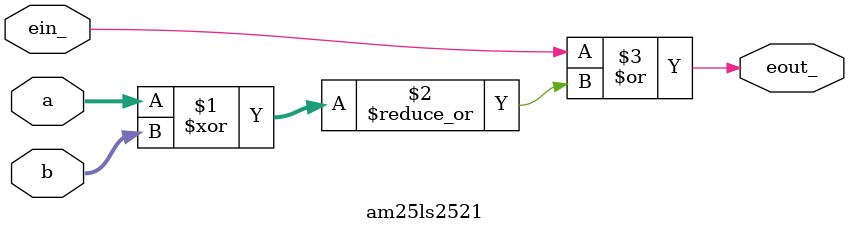
<source format=v>


module am25ls2521(a, b, ein_, eout_);
parameter WIDTH=8;
input [WIDTH-1:0] a, b;
input ein_;
output eout_;

assign eout_ = ein_ | |(a ^ b);

endmodule
 
    

</source>
